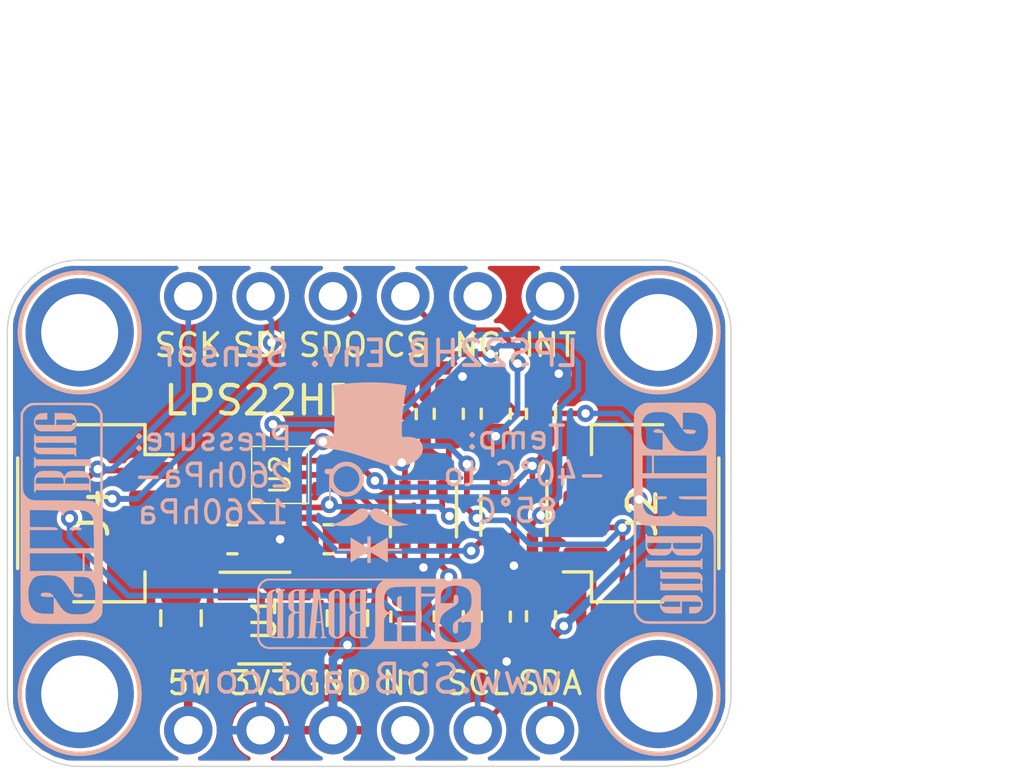
<source format=kicad_pcb>
(kicad_pcb (version 20171130) (host pcbnew "(5.1.2)-2")
  (title_block (title "LPS22HB Breakout with 5V Level Shift") (date 2020-03-18) (rev 1) (company SirBoard) (comment 1 www.SirBoard.com) (comment 2 "16 Bit Temperature range extending from -40°C to +85°C") (comment 3 "24 bit Pressure with 260hPa to 1260hPa absolute pressure range") (comment 4 "LPS22HB - SirBlue"))
  (layers (0 F.Cu signal) (31 B.Cu signal) (34 B.Paste user hide) (35 F.Paste user hide) (36 B.SilkS user) (37 F.SilkS user) (38 B.Mask user hide) (39 F.Mask user hide) (44 Edge.Cuts user))
  (net 0 "")
  (net 1 GND)
  (net 2 5V)
  (net 3 3V3)
  (net 4 "Net-(U1-Pad4)")
  (net 5 SCL_5V)
  (net 6 SDA_3V3)
  (net 7 SDA_5V)
  (net 8 SCL_3V3)
  (net 9 CS_5V)
  (net 10 CS_3V3)
  (net 11 SDO_5V)
  (net 12 SDO_3V3)
  (net 13 INT)
  (net 14 "Net-(J1-Pad4)")
  (net 15 "Net-(J3-Pad5)")
  (module SirBoardLibrary:HLGA-10_2.0mmX2.0mm (layer F.Cu) (at 62.1538 34.6202 90)
    (fp_text reference U2 (at 0 0 90) (layer F.SilkS) (effects (font (size 0.7 0.7) (thickness 0.1))))
    (fp_text value LPS22HB)
    (pad 10 smd rect (at -0.5 -0.775 270) (size 0.3 0.32) (layers F.Cu F.Paste F.Mask) (net 3 3V3))
    (pad 9 smd rect (at 0 -0.775 270) (size 0.3 0.32) (layers F.Cu F.Paste F.Mask) (net 1 GND))
    (pad 8 smd rect (at 0.5 -0.775 270) (size 0.3 0.32) (layers F.Cu F.Paste F.Mask) (net 1 GND))
    (pad 7 smd rect (at 0.775 -0.25 180) (size 0.3 0.32) (layers F.Cu F.Paste F.Mask) (net 13 INT))
    (pad 6 smd rect (at 0.775 0.25 180) (size 0.3 0.32) (layers F.Cu F.Paste F.Mask) (net 10 CS_3V3))
    (pad 5 smd rect (at 0.5 0.775 90) (size 0.3 0.32) (layers F.Cu F.Paste F.Mask) (net 12 SDO_3V3))
    (pad 4 smd rect (at 0 0.775 90) (size 0.3 0.32) (layers F.Cu F.Paste F.Mask) (net 6 SDA_3V3))
    (pad 3 smd rect (at -0.5 0.775 90) (size 0.3 0.32) (layers F.Cu F.Paste F.Mask) (net 1 GND))
    (pad 2 smd rect (at -0.775 0.25 180) (size 0.3 0.32) (layers F.Cu F.Paste F.Mask) (net 8 SCL_3V3))
    (pad 1 smd rect (at -0.775 -0.25 180) (size 0.3 0.32) (layers F.Cu F.Paste F.Mask) (net 3 3V3))
  )
  (module Capacitor_SMD:C_0603_1608Metric (layer F.Cu) (at 63.8556 36.8808)
    (fp_text reference C3 hide)
    (fp_text value 100nF)
    (pad 2 smd roundrect (at 0.7875 0) (size 0.875 0.95) (layers F.Cu F.Paste F.Mask) (net 1 GND))
    (pad 1 smd roundrect (at -0.7875 0) (size 0.875 0.95) (layers F.Cu F.Paste F.Mask) (net 3 3V3))
  )
  (module Capacitor_SMD:C_0603_1608Metric (layer F.Cu) (at 60.4773 36.8808 180)
    (fp_text reference C2 hide)
    (fp_text value 100nF)
    (pad 2 smd roundrect (at 0.7875 0 180) (size 0.875 0.95) (layers F.Cu F.Paste F.Mask) (net 1 GND))
    (pad 1 smd roundrect (at -0.7875 0 180) (size 0.875 0.95) (layers F.Cu F.Paste F.Mask) (net 3 3V3))
  )
  (module Connector_PinHeader_2.54mm:PinHeader_1x06_P2.54mm_Vertical (layer B.Cu) (at 58.928 28.3464 270)
    (fp_text reference J3 hide)
    (fp_text value Conn_01x06)
    (pad 6 thru_hole oval (at 0 -12.7 270) (size 1.7 1.7) (drill 1) (layers *.Cu *.Mask) (net 13 INT))
    (pad 5 thru_hole oval (at 0 -10.16 270) (size 1.7 1.7) (drill 1) (layers *.Cu *.Mask) (net 15 "Net-(J3-Pad5)"))
    (pad 4 thru_hole oval (at 0 -7.62 270) (size 1.7 1.7) (drill 1) (layers *.Cu *.Mask) (net 9 CS_5V))
    (pad 3 thru_hole oval (at 0 -5.08 270) (size 1.7 1.7) (drill 1) (layers *.Cu *.Mask) (net 11 SDO_5V))
    (pad 2 thru_hole oval (at 0 -2.54 270) (size 1.7 1.7) (drill 1) (layers *.Cu *.Mask) (net 7 SDA_5V))
    (pad 1 thru_hole circle (at 0 0 270) (size 1.7 1.7) (drill 1) (layers *.Cu *.Mask) (net 5 SCL_5V))
  )
  (module logo:SirBoard79x25 (layer B.Cu) (at 65.278 39.497 180)
    (fp_text reference G*** hide)
    (fp_text value LOGO hide)
  )
  (module logo:logo63x89 (layer B.Cu) (at 65.278 34.544 180)
    (fp_text reference G*** hide)
    (fp_text value LOGO hide)
  )
  (module logo:SirBlue78x29 (layer B.Cu) (at 76.0095 35.9664 270)
    (fp_text reference G*** hide)
    (fp_text value LOGO hide)
  )
  (module logo:SirBlue78x29 (layer B.Cu) (at 54.483 35.9664 90)
    (fp_text reference G*** hide)
    (fp_text value LOGO hide)
  )
  (module Connector_PinHeader_2.54mm:PinHeader_1x06_P2.54mm_Vertical (layer B.Cu) (at 58.928 43.5864 270)
    (fp_text reference J1 hide)
    (fp_text value Conn_01x06)
    (pad 6 thru_hole oval (at 0 -12.7 270) (size 1.7 1.7) (drill 1) (layers *.Cu *.Mask) (net 7 SDA_5V))
    (pad 5 thru_hole oval (at 0 -10.16 270) (size 1.7 1.7) (drill 1) (layers *.Cu *.Mask) (net 5 SCL_5V))
    (pad 4 thru_hole oval (at 0 -7.62 270) (size 1.7 1.7) (drill 1) (layers *.Cu *.Mask) (net 14 "Net-(J1-Pad4)"))
    (pad 3 thru_hole oval (at 0 -5.08 270) (size 1.7 1.7) (drill 1) (layers *.Cu *.Mask) (net 1 GND))
    (pad 2 thru_hole oval (at 0 -2.54 270) (size 1.7 1.7) (drill 1) (layers *.Cu *.Mask) (net 3 3V3))
    (pad 1 thru_hole circle (at 0 0 270) (size 1.7 1.7) (drill 1) (layers *.Cu *.Mask) (net 2 5V))
  )
  (module Package_TO_SOT_SMD:SOT-23-5 (layer F.Cu) (at 61.595 39.6494)
    (fp_text reference U1 (at 0 0 90) (layer F.SilkS) (effects (font (size 0.8 0.8) (thickness 0.12))))
    (fp_text value AP2127K-3.3)
    (pad 5 smd rect (at 1.1 -0.95) (size 1.06 0.65) (layers F.Cu F.Paste F.Mask) (net 3 3V3))
    (pad 4 smd rect (at 1.1 0.95) (size 1.06 0.65) (layers F.Cu F.Paste F.Mask) (net 4 "Net-(U1-Pad4)"))
    (pad 3 smd rect (at -1.1 0.95) (size 1.06 0.65) (layers F.Cu F.Paste F.Mask) (net 2 5V))
    (pad 2 smd rect (at -1.1 0) (size 1.06 0.65) (layers F.Cu F.Paste F.Mask) (net 1 GND))
    (pad 1 smd rect (at -1.1 -0.95) (size 1.06 0.65) (layers F.Cu F.Paste F.Mask) (net 2 5V))
  )
  (module Connector_JST:JST_SH_SM04B-SRSS-TB_1x04-1MP_P1.00mm_Horizontal (layer F.Cu) (at 55.626 35.9664 270)
    (fp_text reference J4 (at 0 0 270) (layer F.SilkS))
    (fp_text value Conn_01x04)
    (pad MP smd roundrect (at 2.8 1.875 270) (size 1.2 1.8) (layers F.Cu F.Paste F.Mask) (roundrect_rratio 0.208333))
    (pad MP smd roundrect (at -2.8 1.875 270) (size 1.2 1.8) (layers F.Cu F.Paste F.Mask) (roundrect_rratio 0.208333))
    (pad 4 smd roundrect (at 1.5 -2 270) (size 0.6 1.55) (layers F.Cu F.Paste F.Mask) (net 1 GND))
    (pad 3 smd roundrect (at 0.5 -2 270) (size 0.6 1.55) (layers F.Cu F.Paste F.Mask) (net 2 5V))
    (pad 2 smd roundrect (at -0.5 -2 270) (size 0.6 1.55) (layers F.Cu F.Paste F.Mask) (net 7 SDA_5V))
    (pad 1 smd roundrect (at -1.5 -2 270) (size 0.6 1.55) (layers F.Cu F.Paste F.Mask) (net 5 SCL_5V))
  )
  (module Connector_JST:JST_SH_SM04B-SRSS-TB_1x04-1MP_P1.00mm_Horizontal (layer F.Cu) (at 74.8665 35.9664 90)
    (fp_text reference J2 (at 0 0 90) (layer F.SilkS))
    (fp_text value Conn_01x04)
    (pad MP smd roundrect (at 2.8 1.875 90) (size 1.2 1.8) (layers F.Cu F.Paste F.Mask) (roundrect_rratio 0.208333))
    (pad MP smd roundrect (at -2.8 1.875 90) (size 1.2 1.8) (layers F.Cu F.Paste F.Mask) (roundrect_rratio 0.208333))
    (pad 4 smd roundrect (at 1.5 -2 90) (size 0.6 1.55) (layers F.Cu F.Paste F.Mask) (net 1 GND))
    (pad 3 smd roundrect (at 0.5 -2 90) (size 0.6 1.55) (layers F.Cu F.Paste F.Mask) (net 2 5V))
    (pad 2 smd roundrect (at -0.5 -2 90) (size 0.6 1.55) (layers F.Cu F.Paste F.Mask) (net 7 SDA_5V))
    (pad 1 smd roundrect (at -1.5 -2 90) (size 0.6 1.55) (layers F.Cu F.Paste F.Mask) (net 5 SCL_5V))
  )
  (module Capacitor_SMD:C_0805_2012Metric (layer F.Cu) (at 64.516 39.6494 270)
    (fp_text reference C4 hide)
    (fp_text value 10uF)
    (pad 2 smd roundrect (at 0.9375 0 270) (size 0.975 1.4) (layers F.Cu F.Paste F.Mask) (net 1 GND))
    (pad 1 smd roundrect (at -0.9375 0 270) (size 0.975 1.4) (layers F.Cu F.Paste F.Mask) (net 3 3V3))
  )
  (module Capacitor_SMD:C_0805_2012Metric (layer F.Cu) (at 58.674 39.6494 90)
    (fp_text reference C1 hide)
    (fp_text value 10uF)
    (pad 2 smd roundrect (at 0.9375 0 90) (size 0.975 1.4) (layers F.Cu F.Paste F.Mask) (net 1 GND))
    (pad 1 smd roundrect (at -0.9375 0 90) (size 0.975 1.4) (layers F.Cu F.Paste F.Mask) (net 2 5V))
  )
  (module SirBoardLibrary:MountingHole_M2.5_SirBoard (layer F.Cu) (at 55.118 42.3164 270)
    (fp_text reference H1 hide)
    (fp_text value MountingHole)
    (pad 1 thru_hole circle (at 0 0 270) (size 3.8 3.8) (drill 2.7) (layers *.Cu *.Mask))
  )
  (module SirBoardLibrary:MountingHole_M2.5_SirBoard (layer F.Cu) (at 55.118 29.6164 270)
    (fp_text reference H2 hide)
    (fp_text value MountingHole)
    (pad 1 thru_hole circle (at 0 0 270) (size 3.8 3.8) (drill 2.7) (layers *.Cu *.Mask))
  )
  (module SirBoardLibrary:MountingHole_M2.5_SirBoard (layer F.Cu) (at 75.438 42.3164 90)
    (fp_text reference H3 hide)
    (fp_text value MountingHole)
    (pad 1 thru_hole circle (at 0 0 90) (size 3.8 3.8) (drill 2.7) (layers *.Cu *.Mask))
  )
  (module SirBoardLibrary:MountingHole_M2.5_SirBoard (layer F.Cu) (at 75.438 29.6164 90)
    (fp_text reference H4 hide)
    (fp_text value MountingHole)
    (pad 1 thru_hole circle (at 0 0 90) (size 3.8 3.8) (drill 2.7) (layers *.Cu *.Mask))
  )
  (module Resistor_SMD:R_0603_1608Metric (layer F.Cu) (at 66.421 32.4866 270)
    (fp_text reference R8 hide)
    (fp_text value 10K)
    (pad 2 smd roundrect (at 0.7875 0 270) (size 0.875 0.95) (layers F.Cu F.Paste F.Mask) (net 7 SDA_5V))
    (pad 1 smd roundrect (at -0.7875 0 270) (size 0.875 0.95) (layers F.Cu F.Paste F.Mask) (net 2 5V))
  )
  (module Resistor_SMD:R_0603_1608Metric (layer F.Cu) (at 66.548 39.5986 270)
    (fp_text reference R7 hide)
    (fp_text value 10K)
    (pad 2 smd roundrect (at 0.7875 0 270) (size 0.875 0.95) (layers F.Cu F.Paste F.Mask) (net 3 3V3))
    (pad 1 smd roundrect (at -0.7875 0 270) (size 0.875 0.95) (layers F.Cu F.Paste F.Mask) (net 6 SDA_3V3))
  )
  (module Resistor_SMD:R_0603_1608Metric (layer F.Cu) (at 68.072 39.5859 90)
    (fp_text reference R6 hide)
    (fp_text value 10K)
    (pad 2 smd roundrect (at 0.7875 0 90) (size 0.875 0.95) (layers F.Cu F.Paste F.Mask) (net 5 SCL_5V))
    (pad 1 smd roundrect (at -0.7875 0 90) (size 0.875 0.95) (layers F.Cu F.Paste F.Mask) (net 2 5V))
  )
  (module Resistor_SMD:R_0603_1608Metric (layer F.Cu) (at 68.072 32.4739 90)
    (fp_text reference R5 hide)
    (fp_text value 10K)
    (pad 2 smd roundrect (at 0.7875 0 90) (size 0.875 0.95) (layers F.Cu F.Paste F.Mask) (net 3 3V3))
    (pad 1 smd roundrect (at -0.7875 0 90) (size 0.875 0.95) (layers F.Cu F.Paste F.Mask) (net 8 SCL_3V3))
  )
  (module Resistor_SMD:R_0603_1608Metric (layer F.Cu) (at 69.723 32.4739 270)
    (fp_text reference R4 hide)
    (fp_text value 10K)
    (pad 2 smd roundrect (at 0.7875 0 270) (size 0.875 0.95) (layers F.Cu F.Paste F.Mask) (net 9 CS_5V))
    (pad 1 smd roundrect (at -0.7875 0 270) (size 0.875 0.95) (layers F.Cu F.Paste F.Mask) (net 2 5V))
  )
  (module Resistor_SMD:R_0603_1608Metric (layer F.Cu) (at 69.723 39.5986 270)
    (fp_text reference R3 hide)
    (fp_text value 10K)
    (pad 2 smd roundrect (at 0.7875 0 270) (size 0.875 0.95) (layers F.Cu F.Paste F.Mask) (net 3 3V3))
    (pad 1 smd roundrect (at -0.7875 0 270) (size 0.875 0.95) (layers F.Cu F.Paste F.Mask) (net 10 CS_3V3))
  )
  (module Resistor_SMD:R_0603_1608Metric (layer F.Cu) (at 71.3105 39.5859 90)
    (fp_text reference R2 hide)
    (fp_text value 10K)
    (pad 2 smd roundrect (at 0.7875 0 90) (size 0.875 0.95) (layers F.Cu F.Paste F.Mask) (net 11 SDO_5V))
    (pad 1 smd roundrect (at -0.7875 0 90) (size 0.875 0.95) (layers F.Cu F.Paste F.Mask) (net 2 5V))
  )
  (module Resistor_SMD:R_0603_1608Metric (layer F.Cu) (at 71.3105 32.4739 90)
    (fp_text reference R1 hide)
    (fp_text value 10K)
    (pad 2 smd roundrect (at 0.7875 0 90) (size 0.875 0.95) (layers F.Cu F.Paste F.Mask) (net 3 3V3))
    (pad 1 smd roundrect (at -0.7875 0 90) (size 0.875 0.95) (layers F.Cu F.Paste F.Mask) (net 12 SDO_3V3))
  )
  (module Package_TO_SOT_SMD:SOT-363_SC-70-6 (layer F.Cu) (at 67.183 36.0934 270)
    (fp_text reference Q2 hide)
    (fp_text value BSS138DW)
    (pad 6 smd rect (at 0.95 -0.65 270) (size 0.65 0.4) (layers F.Cu F.Paste F.Mask) (net 5 SCL_5V))
    (pad 4 smd rect (at 0.95 0.65 270) (size 0.65 0.4) (layers F.Cu F.Paste F.Mask) (net 6 SDA_3V3))
    (pad 2 smd rect (at -0.95 0 270) (size 0.65 0.4) (layers F.Cu F.Paste F.Mask) (net 3 3V3))
    (pad 5 smd rect (at 0.95 0 270) (size 0.65 0.4) (layers F.Cu F.Paste F.Mask) (net 3 3V3))
    (pad 3 smd rect (at -0.95 0.65 270) (size 0.65 0.4) (layers F.Cu F.Paste F.Mask) (net 7 SDA_5V))
    (pad 1 smd rect (at -0.95 -0.65 270) (size 0.65 0.4) (layers F.Cu F.Paste F.Mask) (net 8 SCL_3V3))
  )
  (module Package_TO_SOT_SMD:SOT-363_SC-70-6 (layer F.Cu) (at 70.358 36.0426 270)
    (fp_text reference Q1 hide)
    (fp_text value BSS138DW)
    (pad 6 smd rect (at 0.95 -0.65 270) (size 0.65 0.4) (layers F.Cu F.Paste F.Mask) (net 11 SDO_5V))
    (pad 4 smd rect (at 0.95 0.65 270) (size 0.65 0.4) (layers F.Cu F.Paste F.Mask) (net 10 CS_3V3))
    (pad 2 smd rect (at -0.95 0 270) (size 0.65 0.4) (layers F.Cu F.Paste F.Mask) (net 3 3V3))
    (pad 5 smd rect (at 0.95 0 270) (size 0.65 0.4) (layers F.Cu F.Paste F.Mask) (net 3 3V3))
    (pad 3 smd rect (at -0.95 0.65 270) (size 0.65 0.4) (layers F.Cu F.Paste F.Mask) (net 9 CS_5V))
    (pad 1 smd rect (at -0.95 -0.65 270) (size 0.65 0.4) (layers F.Cu F.Paste F.Mask) (net 12 SDO_3V3))
  )
  (gr_text LPS22HB (at 61.4426 32.004) (layer F.SilkS) (effects (font (size 1 1))))
  (gr_text NC (at 69.088 30.0609) (layer F.SilkS) (effects (font (size 0.8 0.8) (thickness 0.12))))
  (gr_text "Pressure:\n260hPa-\n1260hPa" (at 59.7916 34.6456) (layer B.SilkS) (effects (font (size 0.8 0.8) (thickness 0.12)) (justify mirror)))
  (gr_text "Temp:\n-40°C to \n85°C" (at 70.4342 34.5948) (layer B.SilkS) (effects (font (size 0.8 0.8) (thickness 0.12)) (justify mirror)))
  (gr_text INT (at 71.628 30.0609) (layer F.SilkS) (effects (font (size 0.8 0.8) (thickness 0.12))))
  (gr_text SCK (at 58.928 30.0609) (layer F.SilkS) (effects (font (size 0.8 0.8) (thickness 0.12))))
  (gr_text SDI (at 61.468 30.0609) (layer F.SilkS) (effects (font (size 0.8 0.8) (thickness 0.12))))
  (gr_text SDO (at 64.008 30.0609) (layer F.SilkS) (effects (font (size 0.8 0.8) (thickness 0.12))))
  (gr_text CS (at 66.548 30.0609) (layer F.SilkS) (effects (font (size 0.8 0.8) (thickness 0.12))))
  (gr_text 5V (at 58.928 41.9354) (layer F.SilkS) (effects (font (size 0.8 0.8) (thickness 0.12))))
  (gr_text 3V3 (at 61.468 41.9354) (layer F.SilkS) (effects (font (size 0.8 0.8) (thickness 0.12))))
  (gr_text GND (at 64.008 41.9354) (layer F.SilkS) (effects (font (size 0.8 0.8) (thickness 0.12))))
  (gr_text NC (at 66.548 41.9354) (layer F.SilkS) (effects (font (size 0.8 0.8) (thickness 0.12))))
  (gr_text SCL (at 69.088 41.9354) (layer F.SilkS) (effects (font (size 0.8 0.8) (thickness 0.12))))
  (gr_text SDA (at 71.628 41.9354) (layer F.SilkS) (effects (font (size 0.8 0.8) (thickness 0.12))))
  (gr_arc (start 55.118 29.6164) (end 55.118 27.0764) (angle -90) (layer Edge.Cuts) (width 0.05))
  (gr_arc (start 75.438 29.6164) (end 77.978 29.6164) (angle -90) (layer Edge.Cuts) (width 0.05))
  (gr_arc (start 75.438 42.3164) (end 75.438 44.8564) (angle -90) (layer Edge.Cuts) (width 0.05))
  (gr_arc (start 55.118 42.3164) (end 52.578 42.3164) (angle -90) (layer Edge.Cuts) (width 0.05))
  (gr_line (start 52.578 42.3164) (end 52.578 29.6164) (layer Edge.Cuts) (width 0.05))
  (gr_line (start 55.118 27.0764) (end 75.438 27.0764) (layer Edge.Cuts) (width 0.05))
  (gr_line (start 77.978 29.6164) (end 77.978 42.3164) (layer Edge.Cuts) (width 0.05))
  (gr_line (start 75.438 44.8564) (end 55.118 44.8564) (layer Edge.Cuts) (width 0.05))
  (gr_text "LPS22HB Env. Sensor" (at 65.278 30.353) (layer B.SilkS) (effects (font (size 0.9 0.9) (thickness 0.135)) (justify mirror)))
  (gr_text www.SirBoard.com (at 65.278 41.783) (layer B.SilkS) (effects (font (size 1 1) (thickness 0.13)) (justify mirror)))
  (via (at 64.516 40.5892) (size 0.6) (drill 0.3) (layers F.Cu B.Cu) (net 1))
  (segment (start 64.008 41.0972) (end 64.516 40.5892) (width 0.3) (layer B.Cu) (net 1))
  (segment (start 64.008 43.5864) (end 64.008 41.0972) (width 0.3) (layer B.Cu) (net 1))
  (segment (start 63.246 35.1282) (end 62.1538 34.8996) (width 0.2) (layer F.Cu) (net 1))
  (segment (start 58.674 40.5869) (end 58.674 41.7449) (width 0.3) (layer F.Cu) (net 2))
  (segment (start 58.928 41.9989) (end 58.928 43.5864) (width 0.3) (layer F.Cu) (net 2))
  (segment (start 58.674 41.7449) (end 58.928 41.9989) (width 0.3) (layer F.Cu) (net 2))
  (segment (start 58.6865 40.5994) (end 58.674 40.5869) (width 0.3) (layer F.Cu) (net 2))
  (segment (start 60.495 40.5994) (end 58.6865 40.5994) (width 0.3) (layer F.Cu) (net 2))
  (segment (start 61.2165 40.5994) (end 60.495 40.5994) (width 0.3) (layer F.Cu) (net 2))
  (segment (start 61.468 40.3479) (end 61.2165 40.5994) (width 0.3) (layer F.Cu) (net 2))
  (segment (start 61.468 38.9509) (end 61.468 40.3479) (width 0.3) (layer F.Cu) (net 2))
  (segment (start 60.495 38.6994) (end 61.2165 38.6994) (width 0.3) (layer F.Cu) (net 2))
  (segment (start 61.2165 38.6994) (end 61.468 38.9509) (width 0.3) (layer F.Cu) (net 2))
  (segment (start 70.848888 39.911788) (end 71.3105 40.3734) (width 0.2) (layer F.Cu) (net 2))
  (segment (start 70.523 39.5859) (end 70.848888 39.911788) (width 0.2) (layer F.Cu) (net 2))
  (segment (start 68.072 40.3734) (end 68.8595 39.5859) (width 0.2) (layer F.Cu) (net 2))
  (segment (start 68.8595 39.5859) (end 70.523 39.5859) (width 0.2) (layer F.Cu) (net 2))
  (segment (start 69.261388 32.148012) (end 69.723 31.6864) (width 0.2) (layer F.Cu) (net 2))
  (segment (start 68.9355 32.4739) (end 69.261388 32.148012) (width 0.2) (layer F.Cu) (net 2))
  (segment (start 66.421 31.6991) (end 67.1958 32.4739) (width 0.2) (layer F.Cu) (net 2))
  (segment (start 67.1958 32.4739) (end 68.9355 32.4739) (width 0.2) (layer F.Cu) (net 2))
  (segment (start 68.072 40.3734) (end 66.637 41.8084) (width 0.3) (layer F.Cu) (net 2))
  (segment (start 66.637 41.8084) (end 60.96 41.8084) (width 0.3) (layer F.Cu) (net 2))
  (segment (start 60.495 41.3434) (end 60.495 40.5994) (width 0.3) (layer F.Cu) (net 2))
  (segment (start 60.96 41.8084) (end 60.495 41.3434) (width 0.3) (layer F.Cu) (net 2))
  (via (at 72.1106 39.9288) (size 0.6) (drill 0.3) (layers F.Cu B.Cu) (net 2))
  (segment (start 71.3105 40.3734) (end 71.666 40.3734) (width 0.3) (layer F.Cu) (net 2))
  (segment (start 71.666 40.3734) (end 72.1106 39.9288) (width 0.3) (layer F.Cu) (net 2))
  (segment (start 72.1106 39.9288) (end 75.1078 36.9316) (width 0.3) (layer B.Cu) (net 2))
  (via (at 74.7522 35.4838) (size 0.6) (drill 0.3) (layers F.Cu B.Cu) (net 2))
  (segment (start 75.1078 36.9316) (end 75.1078 35.8394) (width 0.3) (layer B.Cu) (net 2))
  (segment (start 75.1078 35.8394) (end 74.7522 35.4838) (width 0.3) (layer B.Cu) (net 2))
  (segment (start 72.8839 35.4838) (end 72.8665 35.4664) (width 0.3) (layer F.Cu) (net 2))
  (segment (start 74.7522 35.4838) (end 72.8839 35.4838) (width 0.3) (layer F.Cu) (net 2))
  (segment (start 70.4978 32.4612) (end 72.8726 32.4612) (width 0.2) (layer F.Cu) (net 2))
  (segment (start 69.723 31.6864) (end 70.4978 32.4612) (width 0.2) (layer F.Cu) (net 2))
  (via (at 72.8726 32.4612) (size 0.6) (drill 0.3) (layers F.Cu B.Cu) (net 2))
  (segment (start 74.7522 33.1216) (end 74.7522 35.4838) (width 0.2) (layer B.Cu) (net 2))
  (segment (start 72.8726 32.4612) (end 74.0918 32.4612) (width 0.2) (layer B.Cu) (net 2))
  (segment (start 74.0918 32.4612) (end 74.7522 33.1216) (width 0.2) (layer B.Cu) (net 2))
  (segment (start 57.5541 40.5869) (end 58.674 40.5869) (width 0.3) (layer F.Cu) (net 2))
  (segment (start 55.7784 38.8112) (end 57.5541 40.5869) (width 0.3) (layer F.Cu) (net 2))
  (segment (start 55.7784 37.0586) (end 55.7784 38.8112) (width 0.3) (layer F.Cu) (net 2))
  (segment (start 57.626 36.4664) (end 56.3706 36.4664) (width 0.3) (layer F.Cu) (net 2))
  (segment (start 56.3706 36.4664) (end 55.7784 37.0586) (width 0.3) (layer F.Cu) (net 2))
  (segment (start 64.5035 38.6994) (end 64.516 38.7119) (width 0.3) (layer F.Cu) (net 3))
  (segment (start 62.695 38.6994) (end 63.561 38.6994) (width 0.3) (layer F.Cu) (net 3))
  (segment (start 63.561 38.6994) (end 64.5035 38.6994) (width 0.3) (layer F.Cu) (net 3))
  (segment (start 66.1902 40.3861) (end 66.548 40.3861) (width 0.2) (layer F.Cu) (net 3))
  (segment (start 64.516 38.7119) (end 66.1902 40.3861) (width 0.2) (layer F.Cu) (net 3))
  (segment (start 67.183 37.0434) (end 67.183 35.1434) (width 0.2) (layer F.Cu) (net 3))
  (segment (start 70.358 35.0926) (end 70.358 36.9926) (width 0.2) (layer F.Cu) (net 3))
  (via (at 67.183 37.8714) (size 0.6) (drill 0.3) (layers F.Cu B.Cu) (net 3))
  (segment (start 67.183 37.0434) (end 67.183 37.8714) (width 0.2) (layer F.Cu) (net 3))
  (via (at 70.358 37.8079) (size 0.6) (drill 0.3) (layers F.Cu B.Cu) (net 3))
  (segment (start 70.358 36.9926) (end 70.358 37.8079) (width 0.2) (layer F.Cu) (net 3))
  (via (at 70.104 41.1734) (size 0.6) (drill 0.3) (layers F.Cu B.Cu) (net 3))
  (segment (start 69.723 40.3861) (end 69.723 40.7924) (width 0.2) (layer F.Cu) (net 3))
  (segment (start 69.723 40.7924) (end 70.104 41.1734) (width 0.2) (layer F.Cu) (net 3))
  (via (at 71.9328 31.0642) (size 0.6) (drill 0.3) (layers F.Cu B.Cu) (net 3))
  (segment (start 71.3105 31.6864) (end 71.3106 31.6864) (width 0.3) (layer F.Cu) (net 3))
  (segment (start 71.3106 31.6864) (end 71.9328 31.0642) (width 0.3) (layer F.Cu) (net 3))
  (via (at 68.5546 31.1658) (size 0.6) (drill 0.3) (layers F.Cu B.Cu) (net 3))
  (segment (start 68.072 31.6864) (end 68.072 31.6484) (width 0.3) (layer F.Cu) (net 3))
  (segment (start 68.072 31.6484) (end 68.5546 31.1658) (width 0.3) (layer F.Cu) (net 3))
  (via (at 68.5546 31.1658) (size 0.6) (drill 0.3) (layers F.Cu B.Cu) (net 3))
  (segment (start 61.9038 35.7165) (end 63.0681 36.8808) (width 0.2) (layer F.Cu) (net 3))
  (segment (start 61.9038 35.3952) (end 61.9038 35.7165) (width 0.2) (layer F.Cu) (net 3))
  (segment (start 61.3788 36.7668) (end 61.2648 36.8808) (width 0.2) (layer F.Cu) (net 3))
  (segment (start 61.3788 35.1202) (end 61.3788 36.7668) (width 0.2) (layer F.Cu) (net 3))
  (segment (start 61.2648 36.8808) (end 62.1538 36.8808) (width 0.2) (layer F.Cu) (net 3))
  (segment (start 62.1538 36.8808) (end 63.0681 36.8808) (width 0.2) (layer F.Cu) (net 3))
  (via (at 62.1538 36.8808) (size 0.6) (drill 0.3) (layers F.Cu B.Cu) (net 3))
  (segment (start 62.1538 38.1582) (end 62.695 38.6994) (width 0.3) (layer F.Cu) (net 3))
  (segment (start 62.1538 36.8808) (end 62.1538 38.1582) (width 0.3) (layer F.Cu) (net 3))
  (segment (start 67.833 37.0434) (end 67.833 37.8229) (width 0.2) (layer F.Cu) (net 5))
  (segment (start 68.072 38.0619) (end 68.072 38.7984) (width 0.2) (layer F.Cu) (net 5))
  (segment (start 67.833 37.8229) (end 68.072 38.0619) (width 0.2) (layer F.Cu) (net 5))
  (via (at 68.072 38.2016) (size 0.6) (drill 0.3) (layers F.Cu B.Cu) (net 5))
  (segment (start 68.072 38.0619) (end 68.071994 38.061906) (width 0.2) (layer F.Cu) (net 5))
  (segment (start 70.9676 41.7068) (end 69.088 43.5864) (width 0.2) (layer F.Cu) (net 5))
  (segment (start 71.628 41.7068) (end 70.9676 41.7068) (width 0.2) (layer F.Cu) (net 5))
  (segment (start 73.152 40.1828) (end 71.628 41.7068) (width 0.2) (layer F.Cu) (net 5))
  (segment (start 72.8665 37.4664) (end 73.152 37.7519) (width 0.2) (layer F.Cu) (net 5))
  (segment (start 73.152 37.7519) (end 73.152 40.1828) (width 0.2) (layer F.Cu) (net 5))
  (via (at 54.7624 36.1442) (size 0.6) (drill 0.3) (layers F.Cu B.Cu) (net 5))
  (segment (start 54.7624 35.3822) (end 54.7624 36.1442) (width 0.2) (layer F.Cu) (net 5))
  (segment (start 57.626 34.4664) (end 55.6782 34.4664) (width 0.2) (layer F.Cu) (net 5))
  (segment (start 55.6782 34.4664) (end 54.7624 35.3822) (width 0.2) (layer F.Cu) (net 5))
  (segment (start 68.072 38.7984) (end 68.072 38.2016) (width 0.2) (layer B.Cu) (net 5))
  (segment (start 66.361641 39.657959) (end 67.212441 39.657959) (width 0.2) (layer B.Cu) (net 5))
  (segment (start 67.212441 39.657959) (end 68.072 38.7984) (width 0.2) (layer B.Cu) (net 5))
  (segment (start 67.216959 39.657959) (end 66.361641 39.657959) (width 0.2) (layer B.Cu) (net 5))
  (segment (start 69.088 43.5864) (end 69.088 41.529) (width 0.2) (layer B.Cu) (net 5))
  (segment (start 69.088 41.529) (end 67.216959 39.657959) (width 0.2) (layer B.Cu) (net 5))
  (via (at 55.753 34.417) (size 0.6) (drill 0.3) (layers F.Cu B.Cu) (net 5))
  (segment (start 56.261 34.417) (end 55.753 34.417) (width 0.2) (layer B.Cu) (net 5))
  (segment (start 58.928 28.3464) (end 58.928 31.75) (width 0.2) (layer B.Cu) (net 5))
  (segment (start 58.928 31.75) (end 56.261 34.417) (width 0.2) (layer B.Cu) (net 5))
  (segment (start 65.565682 38.862) (end 66.361641 39.657959) (width 0.2) (layer B.Cu) (net 5))
  (segment (start 56.8198 38.862) (end 65.565682 38.862) (width 0.2) (layer B.Cu) (net 5))
  (segment (start 54.7624 36.1442) (end 54.7624 36.8046) (width 0.2) (layer B.Cu) (net 5))
  (segment (start 54.7624 36.8046) (end 56.8198 38.862) (width 0.2) (layer B.Cu) (net 5))
  (segment (start 66.533 38.7961) (end 66.548 38.8111) (width 0.2) (layer F.Cu) (net 6))
  (segment (start 66.533 37.0434) (end 66.533 38.7961) (width 0.2) (layer F.Cu) (net 6))
  (segment (start 66.533 36.9184) (end 66.533 37.0434) (width 0.2) (layer F.Cu) (net 6))
  (segment (start 64.2348 34.6202) (end 66.533 36.9184) (width 0.2) (layer F.Cu) (net 6))
  (segment (start 62.9288 34.6202) (end 64.2348 34.6202) (width 0.2) (layer F.Cu) (net 6))
  (segment (start 66.421 33.2741) (end 66.421 34.1884) (width 0.2) (layer F.Cu) (net 7))
  (segment (start 66.533 34.3004) (end 66.533 35.1434) (width 0.2) (layer F.Cu) (net 7))
  (segment (start 66.421 34.1884) (end 66.533 34.3004) (width 0.2) (layer F.Cu) (net 7))
  (segment (start 66.421 34.1884) (end 66.421 34.1884) (width 0.2) (layer F.Cu) (net 7))
  (via (at 66.421 34.1884) (size 0.6) (drill 0.3) (layers F.Cu B.Cu) (net 7))
  (segment (start 66.421 34.1884) (end 67.0052 33.6042) (width 0.2) (layer B.Cu) (net 7))
  (via (at 68.707 34.2392) (size 0.6) (drill 0.3) (layers F.Cu B.Cu) (net 7))
  (segment (start 67.0052 33.6042) (end 68.072 33.6042) (width 0.2) (layer B.Cu) (net 7))
  (segment (start 68.072 33.6042) (end 68.707 34.2392) (width 0.2) (layer B.Cu) (net 7))
  (via (at 69.0626 36.1442) (size 0.6) (drill 0.3) (layers F.Cu B.Cu) (net 7))
  (via (at 74.168 36.4744) (size 0.6) (drill 0.3) (layers F.Cu B.Cu) (net 7))
  (segment (start 74.16 36.4664) (end 72.8665 36.4664) (width 0.2) (layer F.Cu) (net 7))
  (segment (start 74.168 36.4744) (end 74.16 36.4664) (width 0.2) (layer F.Cu) (net 7))
  (segment (start 73.5838 37.0586) (end 74.168 36.4744) (width 0.2) (layer B.Cu) (net 7))
  (segment (start 70.9168 37.0586) (end 73.5838 37.0586) (width 0.2) (layer B.Cu) (net 7))
  (segment (start 70.073799 36.215599) (end 70.9168 37.0586) (width 0.2) (layer B.Cu) (net 7))
  (segment (start 69.0626 36.1442) (end 69.133999 36.215599) (width 0.2) (layer B.Cu) (net 7))
  (segment (start 69.133999 36.215599) (end 70.073799 36.215599) (width 0.2) (layer B.Cu) (net 7))
  (segment (start 68.707 35.7886) (end 69.0626 36.1442) (width 0.2) (layer F.Cu) (net 7))
  (segment (start 68.707 34.2392) (end 68.707 35.7886) (width 0.2) (layer F.Cu) (net 7))
  (segment (start 74.168 39.637844) (end 74.168 36.4744) (width 0.2) (layer F.Cu) (net 7))
  (segment (start 71.628 43.5864) (end 71.628 42.177844) (width 0.2) (layer F.Cu) (net 7))
  (segment (start 71.628 42.177844) (end 74.168 39.637844) (width 0.2) (layer F.Cu) (net 7))
  (segment (start 57.626 35.4664) (end 56.269 35.4664) (width 0.2) (layer F.Cu) (net 7))
  (segment (start 56.269 35.4664) (end 56.261 35.4584) (width 0.2) (layer F.Cu) (net 7))
  (via (at 56.261 35.4584) (size 0.6) (drill 0.3) (layers F.Cu B.Cu) (net 7))
  (via (at 61.849 29.972) (size 0.6) (drill 0.3) (layers F.Cu B.Cu) (net 7))
  (segment (start 61.849 30.098996) (end 61.848996 30.099) (width 0.2) (layer B.Cu) (net 7))
  (segment (start 61.849 29.21) (end 61.849 30.098996) (width 0.2) (layer B.Cu) (net 7))
  (segment (start 61.468 28.3464) (end 61.468 28.829) (width 0.2) (layer B.Cu) (net 7))
  (segment (start 61.468 28.829) (end 61.849 29.21) (width 0.2) (layer B.Cu) (net 7))
  (segment (start 57.133532 35.4584) (end 56.261 35.4584) (width 0.2) (layer B.Cu) (net 7))
  (segment (start 61.849 30.742932) (end 57.133532 35.4584) (width 0.2) (layer B.Cu) (net 7))
  (segment (start 61.848996 30.099) (end 61.849 30.099004) (width 0.2) (layer B.Cu) (net 7))
  (segment (start 61.849 30.099004) (end 61.849 30.742932) (width 0.2) (layer B.Cu) (net 7))
  (segment (start 63.1189 29.972) (end 61.849 29.972) (width 0.2) (layer F.Cu) (net 7))
  (segment (start 66.421 33.2741) (end 63.1189 29.972) (width 0.2) (layer F.Cu) (net 7))
  (segment (start 68.072 33.2614) (end 68.072 34.0614) (width 0.2) (layer F.Cu) (net 8))
  (segment (start 67.833 34.3004) (end 67.833 35.1434) (width 0.2) (layer F.Cu) (net 8))
  (segment (start 68.072 34.0614) (end 67.833 34.3004) (width 0.2) (layer F.Cu) (net 8))
  (via (at 63.881 35.6616) (size 0.6) (drill 0.3) (layers F.Cu B.Cu) (net 8))
  (via (at 68.0974 36.068) (size 0.6) (drill 0.3) (layers F.Cu B.Cu) (net 8))
  (segment (start 63.881 35.7378) (end 67.7672 35.7378) (width 0.2) (layer B.Cu) (net 8))
  (segment (start 67.7672 35.7378) (end 68.0974 36.068) (width 0.2) (layer B.Cu) (net 8))
  (segment (start 67.8434 35.1538) (end 67.833 35.1434) (width 0.2) (layer F.Cu) (net 8))
  (segment (start 67.8434 35.8394) (end 67.8434 35.1538) (width 0.2) (layer F.Cu) (net 8))
  (segment (start 68.0974 36.068) (end 68.072 36.068) (width 0.2) (layer F.Cu) (net 8))
  (segment (start 68.072 36.068) (end 67.8434 35.8394) (width 0.2) (layer F.Cu) (net 8))
  (segment (start 63.7794 35.7632) (end 63.881 35.6616) (width 0.2) (layer F.Cu) (net 8))
  (segment (start 62.4038 35.3952) (end 62.7718 35.7632) (width 0.2) (layer F.Cu) (net 8))
  (segment (start 62.7718 35.7632) (end 63.7794 35.7632) (width 0.2) (layer F.Cu) (net 8))
  (segment (start 69.723 35.0776) (end 69.708 35.0926) (width 0.2) (layer F.Cu) (net 9))
  (segment (start 69.723 33.2614) (end 69.723 35.0776) (width 0.2) (layer F.Cu) (net 9))
  (via (at 70.485 30.7086) (size 0.6) (drill 0.3) (layers F.Cu B.Cu) (net 9))
  (via (at 69.723 33.2614) (size 0.6) (drill 0.3) (layers F.Cu B.Cu) (net 9))
  (segment (start 70.485 30.7086) (end 70.485 32.4994) (width 0.2) (layer B.Cu) (net 9))
  (segment (start 70.485 32.4994) (end 69.723 33.2614) (width 0.2) (layer B.Cu) (net 9))
  (segment (start 70.485 30.2006) (end 70.485 30.7086) (width 0.2) (layer F.Cu) (net 9))
  (segment (start 69.8246 29.5402) (end 70.485 30.2006) (width 0.2) (layer F.Cu) (net 9))
  (segment (start 66.548 28.3464) (end 67.7418 29.5402) (width 0.2) (layer F.Cu) (net 9))
  (segment (start 67.7418 29.5402) (end 69.8246 29.5402) (width 0.2) (layer F.Cu) (net 9))
  (segment (start 69.708 38.7961) (end 69.723 38.8111) (width 0.2) (layer F.Cu) (net 10))
  (segment (start 69.708 36.9926) (end 69.708 38.7961) (width 0.2) (layer F.Cu) (net 10))
  (via (at 68.8594 37.2872) (size 0.6) (drill 0.3) (layers F.Cu B.Cu) (net 10))
  (segment (start 69.708 36.9926) (end 69.154 36.9926) (width 0.2) (layer F.Cu) (net 10))
  (segment (start 69.154 36.9926) (end 68.8594 37.2872) (width 0.2) (layer F.Cu) (net 10))
  (via (at 63.6524 33.4518) (size 0.6) (drill 0.3) (layers F.Cu B.Cu) (net 10))
  (segment (start 63.228136 33.4518) (end 63.6524 33.4518) (width 0.2) (layer F.Cu) (net 10))
  (segment (start 62.5348 33.4518) (end 63.228136 33.4518) (width 0.2) (layer F.Cu) (net 10))
  (segment (start 62.4038 33.8452) (end 62.4038 33.5828) (width 0.2) (layer F.Cu) (net 10))
  (segment (start 62.4038 33.5828) (end 62.5348 33.4518) (width 0.2) (layer F.Cu) (net 10))
  (segment (start 63.1698 33.9344) (end 63.6524 33.4518) (width 0.2) (layer B.Cu) (net 10))
  (segment (start 63.1698 36.322) (end 63.1698 33.9344) (width 0.2) (layer B.Cu) (net 10))
  (segment (start 68.8594 37.2872) (end 64.135 37.2872) (width 0.2) (layer B.Cu) (net 10))
  (segment (start 64.135 37.2872) (end 63.1698 36.322) (width 0.2) (layer B.Cu) (net 10))
  (segment (start 71.008 36.9926) (end 71.008 37.8864) (width 0.2) (layer F.Cu) (net 11))
  (segment (start 71.3105 38.1889) (end 71.3105 38.7984) (width 0.2) (layer F.Cu) (net 11))
  (segment (start 71.008 37.8864) (end 71.3105 38.1889) (width 0.2) (layer F.Cu) (net 11))
  (via (at 71.2978 36.0426) (size 0.6) (drill 0.3) (layers F.Cu B.Cu) (net 11))
  (segment (start 71.008 36.9926) (end 71.008 36.3324) (width 0.2) (layer F.Cu) (net 11))
  (segment (start 71.008 36.3324) (end 71.2978 36.0426) (width 0.2) (layer F.Cu) (net 11))
  (segment (start 64.008 28.3464) (end 66.040002 30.378402) (width 0.2) (layer F.Cu) (net 11))
  (segment (start 66.040002 30.378402) (end 69.545202 30.378402) (width 0.2) (layer F.Cu) (net 11))
  (via (at 69.545202 30.378402) (size 0.6) (drill 0.3) (layers F.Cu B.Cu) (net 11))
  (segment (start 69.845201 30.078403) (end 72.013803 30.078403) (width 0.2) (layer B.Cu) (net 11))
  (segment (start 69.545202 30.378402) (end 69.845201 30.078403) (width 0.2) (layer B.Cu) (net 11))
  (segment (start 72.013803 30.078403) (end 72.6186 30.6832) (width 0.2) (layer B.Cu) (net 11))
  (segment (start 72.6186 30.6832) (end 72.6186 31.623) (width 0.2) (layer B.Cu) (net 11))
  (segment (start 72.6186 31.623) (end 71.9582 32.2834) (width 0.2) (layer B.Cu) (net 11))
  (segment (start 71.9582 35.3822) (end 71.2978 36.0426) (width 0.2) (layer B.Cu) (net 11))
  (segment (start 71.9582 32.2834) (end 71.9582 35.3822) (width 0.2) (layer B.Cu) (net 11))
  (segment (start 71.3105 33.2614) (end 71.3105 33.9979) (width 0.2) (layer F.Cu) (net 12))
  (segment (start 71.008 34.3004) (end 71.008 35.0926) (width 0.2) (layer F.Cu) (net 12))
  (segment (start 71.3105 33.9979) (end 71.008 34.3004) (width 0.2) (layer F.Cu) (net 12))
  (via (at 65.4812 34.8234) (size 0.6) (drill 0.3) (layers F.Cu B.Cu) (net 12))
  (segment (start 62.9288 34.1202) (end 64.778 34.1202) (width 0.2) (layer F.Cu) (net 12))
  (segment (start 64.778 34.1202) (end 65.4812 34.8234) (width 0.2) (layer F.Cu) (net 12))
  (via (at 71.008 34.3004) (size 0.6) (drill 0.3) (layers F.Cu B.Cu) (net 12))
  (segment (start 70.2564 35.052) (end 71.008 34.3004) (width 0.2) (layer B.Cu) (net 12))
  (segment (start 65.4812 34.8234) (end 65.7098 35.052) (width 0.2) (layer B.Cu) (net 12))
  (segment (start 65.7098 35.052) (end 70.2564 35.052) (width 0.2) (layer B.Cu) (net 12))
  (segment (start 71.628 28.3464) (end 70.2818 29.6926) (width 0.2) (layer B.Cu) (net 13))
  (segment (start 70.2818 29.6926) (end 69.1388 29.6926) (width 0.2) (layer B.Cu) (net 13))
  (via (at 61.8998 32.8422) (size 0.6) (drill 0.3) (layers F.Cu B.Cu) (net 13))
  (segment (start 69.1388 29.6926) (end 65.9892 32.8422) (width 0.2) (layer B.Cu) (net 13))
  (segment (start 65.9892 32.8422) (end 61.8998 32.8422) (width 0.2) (layer B.Cu) (net 13))
  (segment (start 61.8998 33.8412) (end 61.9038 33.8452) (width 0.2) (layer F.Cu) (net 13))
  (segment (start 61.8998 32.8422) (end 61.8998 33.8412) (width 0.2) (layer F.Cu) (net 13))
  (zone (net 3) (net_name 3V3) (layer B.Cu) (connect_pads (clearance 0.15)) (min_thickness 0.15) (fill yes (arc_segments 32) (thermal_gap 0.2) (thermal_bridge_width 0.3))
    (polygon (pts (xy 52.7812 27.2796) (xy 77.7748 27.2796) (xy 77.7748 44.6532) (xy 52.7812 44.6532)))
  )
  (zone (net 1) (net_name GND) (layer F.Cu) (connect_pads (clearance 0.15)) (min_thickness 0.15) (fill yes (arc_segments 32) (thermal_gap 0.2) (thermal_bridge_width 0.3))
    (polygon (pts (xy 52.7812 27.2796) (xy 77.7748 27.2796) (xy 77.7748 44.6532) (xy 52.7812 44.6532)))
  )
)
</source>
